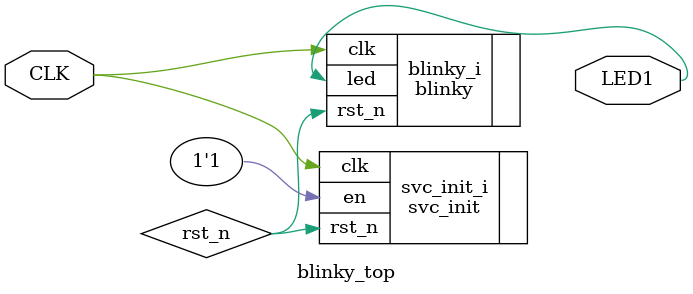
<source format=sv>
`include "svc.sv"
`include "svc_init.sv"

`include "blinky.sv"

module blinky_top (
    input  logic CLK,
    output logic LED1
);
  logic rst_n;

  svc_init svc_init_i (
      .clk  (CLK),
      .en   (1'b1),
      .rst_n(rst_n)
  );

  blinky blinky_i (
      .clk  (CLK),
      .rst_n(rst_n),
      .led  (LED1)
  );

endmodule

</source>
